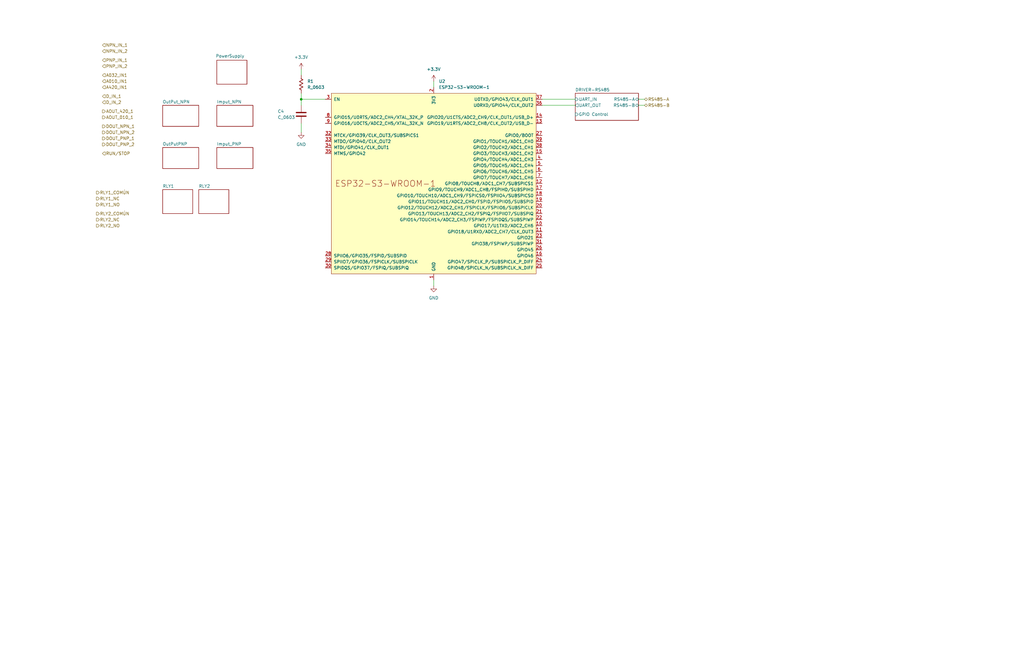
<source format=kicad_sch>
(kicad_sch (version 20250114) (generator "eeschema") (generator_version "9.0")
  (paper "USLedger")
  (lib_symbols
    (symbol "Espressif:ESP32-S3-WROOM-1" (pin_names (offset 1.016))
      (property "Reference" "U" (at -43.18 43.18 0))
      (property "Value" "ESP32-S3-WROOM-1" (at -43.18 40.64 0))
      (symbol "ESP32-S3-WROOM-1_0_0"
        (text "ESP32-S3-WROOM-1" (at -20.32 0 0) (effects (font (size 2.54 2.54))))
        (pin input line (at -45.72 35.56 0) (length 2.54) (name "EN") (number "3"))
        (pin bidirectional line (at -45.72 27.94 0) (length 2.54) (name "GPIO15/U0RTS/ADC2_CH4/XTAL_32K_P") (number "8"))
        (pin bidirectional line (at -45.72 25.4 0) (length 2.54) (name "GPIO16/U0CTS/ADC2_CH5/XTAL_32K_N") (number "9"))
        (pin bidirectional line (at -45.72 20.32 0) (length 2.54) (name "MTCK/GPIO39/CLK_OUT3/SUBSPICS1") (number "32"))
        (pin bidirectional line (at -45.72 17.78 0) (length 2.54) (name "MTDO/GPIO40/CLK_OUT2") (number "33"))
        (pin bidirectional line (at -45.72 15.24 0) (length 2.54) (name "MTDI/GPIO41/CLK_OUT1") (number "34"))
        (pin bidirectional line (at -45.72 12.7 0) (length 2.54) (name "MTMS/GPIO42") (number "35"))
        (pin bidirectional line (at -45.72 -30.48 0) (length 2.54) (name "SPIIO6/GPIO35/FSPID/SUBSPID") (number "28"))
        (pin bidirectional line (at -45.72 -33.02 0) (length 2.54) (name "SPIIO7/GPIO36/FSPICLK/SUBSPICLK") (number "29"))
        (pin bidirectional line (at -45.72 -35.56 0) (length 2.54) (name "SPIDQS/GPIO37/FSPIQ/SUBSPIQ") (number "30"))
        (pin power_in line (at 0 40.64 270) (length 2.54) (name "3V3") (number "2"))
        (pin power_in line (at 0 -40.64 90) (length 2.54) (name "GND") (number "1"))
        (pin passive line (at 0 -40.64 90) (length 2.54) (hide yes) (name "GND") (number "40"))
        (pin passive line (at 0 -40.64 90) (length 2.54) (hide yes) (name "GND") (number "41"))
        (pin bidirectional line (at 45.72 35.56 180) (length 2.54) (name "U0TXD/GPIO43/CLK_OUT1") (number "37"))
        (pin bidirectional line (at 45.72 33.02 180) (length 2.54) (name "U0RXD/GPIO44/CLK_OUT2") (number "36"))
        (pin bidirectional line (at 45.72 27.94 180) (length 2.54) (name "GPIO20/U1CTS/ADC2_CH9/CLK_OUT1/USB_D+") (number "14"))
        (pin bidirectional line (at 45.72 25.4 180) (length 2.54) (name "GPIO19/U1RTS/ADC2_CH8/CLK_OUT2/USB_D-") (number "13"))
        (pin bidirectional line (at 45.72 20.32 180) (length 2.54) (name "GPIO0/BOOT") (number "27"))
        (pin bidirectional line (at 45.72 17.78 180) (length 2.54) (name "GPIO1/TOUCH1/ADC1_CH0") (number "39"))
        (pin bidirectional line (at 45.72 15.24 180) (length 2.54) (name "GPIO2/TOUCH2/ADC1_CH1") (number "38"))
        (pin bidirectional line (at 45.72 12.7 180) (length 2.54) (name "GPIO3/TOUCH3/ADC1_CH2") (number "15"))
        (pin bidirectional line (at 45.72 10.16 180) (length 2.54) (name "GPIO4/TOUCH4/ADC1_CH3") (number "4"))
        (pin bidirectional line (at 45.72 7.62 180) (length 2.54) (name "GPIO5/TOUCH5/ADC1_CH4") (number "5"))
        (pin bidirectional line (at 45.72 5.08 180) (length 2.54) (name "GPIO6/TOUCH6/ADC1_CH5") (number "6"))
        (pin bidirectional line (at 45.72 2.54 180) (length 2.54) (name "GPIO7/TOUCH7/ADC1_CH6") (number "7"))
        (pin bidirectional line (at 45.72 0 180) (length 2.54) (name "GPIO8/TOUCH8/ADC1_CH7/SUBSPICS1") (number "12"))
        (pin bidirectional line (at 45.72 -2.54 180) (length 2.54) (name "GPIO9/TOUCH9/ADC1_CH8/FSPIHD/SUBSPIHD") (number "17"))
        (pin bidirectional line (at 45.72 -5.08 180) (length 2.54) (name "GPIO10/TOUCH10/ADC1_CH9/FSPICS0/FSPIIO4/SUBSPICS0") (number "18"))
        (pin bidirectional line (at 45.72 -7.62 180) (length 2.54) (name "GPIO11/TOUCH11/ADC2_CH0/FSPID/FSPIIO5/SUBSPID") (number "19"))
        (pin bidirectional line (at 45.72 -10.16 180) (length 2.54) (name "GPIO12/TOUCH12/ADC2_CH1/FSPICLK/FSPIIO6/SUBSPICLK") (number "20"))
        (pin bidirectional line (at 45.72 -12.7 180) (length 2.54) (name "GPIO13/TOUCH13/ADC2_CH2/FSPIQ/FSPIIO7/SUBSPIQ") (number "21"))
        (pin bidirectional line (at 45.72 -15.24 180) (length 2.54) (name "GPIO14/TOUCH14/ADC2_CH3/FSPIWP/FSPIDQS/SUBSPIWP") (number "22"))
        (pin bidirectional line (at 45.72 -17.78 180) (length 2.54) (name "GPIO17/U1TXD/ADC2_CH6") (number "10"))
        (pin bidirectional line (at 45.72 -20.32 180) (length 2.54) (name "GPIO18/U1RXD/ADC2_CH7/CLK_OUT3") (number "11"))
        (pin bidirectional line (at 45.72 -22.86 180) (length 2.54) (name "GPIO21") (number "23"))
        (pin bidirectional line (at 45.72 -25.4 180) (length 2.54) (name "GPIO38/FSPIWP/SUBSPIWP") (number "31"))
        (pin bidirectional line (at 45.72 -27.94 180) (length 2.54) (name "GPIO45") (number "26"))
        (pin bidirectional line (at 45.72 -30.48 180) (length 2.54) (name "GPIO46") (number "16"))
        (pin bidirectional line (at 45.72 -33.02 180) (length 2.54) (name "GPIO47/SPICLK_P/SUBSPICLK_P_DIFF") (number "24"))
        (pin bidirectional line (at 45.72 -35.56 180) (length 2.54) (name "GPIO48/SPICLK_N/SUBSPICLK_N_DIFF") (number "25"))
      )
      (symbol "ESP32-S3-WROOM-1_0_1"
        (rectangle (start -43.18 38.1) (end 43.18 -38.1) (fill (type background)))
      )
    )
    (symbol "PCM_Capacitor_AKL:C_0603" (pin_numbers (hide yes)) (pin_names (offset 0.254))
      (property "Reference" "C" (at 0.635 2.54 0))
      (property "Value" "C_0603" (at 0.635 -2.54 0))
      (symbol "C_0603_0_1"
        (polyline (pts (xy -2.032 0.762) (xy 2.032 0.762)) (stroke (width 0.508)))
        (polyline (pts (xy -2.032 -0.762) (xy 2.032 -0.762)) (stroke (width 0.508)))
      )
      (symbol "C_0603_0_2"
        (polyline (pts (xy -2.54 -2.54) (xy -0.381 -0.381)))
        (polyline (pts (xy -0.508 -0.508) (xy -1.651 0.635)) (stroke (width 0.508)))
        (polyline (pts (xy -0.508 -0.508) (xy 0.635 -1.651)) (stroke (width 0.508)))
        (polyline (pts (xy 0.381 0.381) (xy 2.54 2.54)))
        (polyline (pts (xy 0.508 0.508) (xy -0.635 1.651)) (stroke (width 0.508)))
        (polyline (pts (xy 0.508 0.508) (xy 1.651 -0.635)) (stroke (width 0.508)))
      )
      (symbol "C_0603_1_1"
        (pin passive line (at 0 3.81 270) (length 2.794) (name "~") (number "1"))
        (pin passive line (at 0 -3.81 90) (length 2.794) (name "~") (number "2"))
      )
      (symbol "C_0603_1_2"
        (pin passive line (at -2.54 -2.54 90) (length 0) (name "~") (number "2"))
        (pin passive line (at 2.54 2.54 270) (length 0) (name "~") (number "1"))
      )
    )
    (symbol "PCM_Resistor_US_AKL:R_0603" (pin_numbers (hide yes)) (pin_names (offset 0))
      (property "Reference" "R" (at 2.54 1.27 0))
      (property "Value" "R_0603" (at 2.54 -1.27 0))
      (symbol "R_0603_0_1"
        (polyline (pts (xy 0 2.286) (xy 0 2.54)) (stroke (width 0.254)))
        (polyline (pts (xy 0 2.286) (xy 0.762 1.905) (xy -0.762 1.143) (xy 0 0.762) (xy 0.762 0.381) (xy 0 0) (xy -0.762 -0.381) (xy 0 -0.762) (xy 0.762 -1.143) (xy 0 -1.524) (xy -0.762 -1.905) (xy 0 -2.286)) (stroke (width 0.254)))
        (polyline (pts (xy 0 -2.286) (xy 0 -2.54)) (stroke (width 0.254)))
      )
      (symbol "R_0603_0_2"
        (polyline (pts (xy -2.54 -2.54) (xy -1.778 -1.778)))
        (polyline (pts (xy -1.778 -1.778) (xy -1.524 -1.524)) (stroke (width 0.254)))
        (polyline (pts (xy -1.524 -1.524) (xy -1.778 -0.762) (xy -1.016 -1.016)) (stroke (width 0.254)))
        (polyline (pts (xy -0.508 -0.508) (xy -0.762 0.254) (xy 0 0)) (stroke (width 0.254)))
        (polyline (pts (xy -0.508 -0.508) (xy -0.254 -1.27) (xy -1.016 -1.016)) (stroke (width 0.254)))
        (polyline (pts (xy 0.508 0.508) (xy 0.254 1.27) (xy 1.016 1.016)) (stroke (width 0.254)))
        (polyline (pts (xy 0.508 0.508) (xy 0.762 -0.254) (xy 0 0)) (stroke (width 0.254)))
        (polyline (pts (xy 1.524 1.524) (xy 1.778 0.762) (xy 1.016 1.016)) (stroke (width 0.254)))
        (polyline (pts (xy 1.778 1.778) (xy 1.524 1.524)) (stroke (width 0.254)))
        (polyline (pts (xy 1.778 1.778) (xy 2.54 2.54)))
      )
      (symbol "R_0603_1_1"
        (pin passive line (at 0 3.81 270) (length 1.27) (name "~") (number "1"))
        (pin passive line (at 0 -3.81 90) (length 1.27) (name "~") (number "2"))
      )
      (symbol "R_0603_1_2"
        (pin passive line (at -2.54 -2.54 0) (length 0) (name "") (number "2"))
        (pin passive line (at 2.54 2.54 180) (length 0) (name "") (number "1"))
      )
    )
    (symbol "power:+3.3V" (power) (pin_numbers (hide yes)) (pin_names (offset 0) (hide yes))
      (property "Value" "+3.3V" (at 0 3.556 0))
      (symbol "+3.3V_0_1"
        (polyline (pts (xy -0.762 1.27) (xy 0 2.54)))
        (polyline (pts (xy 0 2.54) (xy 0.762 1.27)))
        (polyline (pts (xy 0 0) (xy 0 2.54)))
      )
      (symbol "+3.3V_1_1"
        (pin power_in line (at 0 0 90) (length 0) (name "~") (number "1"))
      )
    )
    (symbol "power:GND" (power) (pin_numbers (hide yes)) (pin_names (offset 0) (hide yes))
      (property "Value" "GND" (at 0 -3.81 0))
      (symbol "GND_0_1"
        (polyline (pts (xy 0 0) (xy 0 -1.27) (xy 1.27 -1.27) (xy 0 -2.54) (xy -1.27 -1.27) (xy 0 -1.27)))
      )
      (symbol "GND_1_1"
        (pin power_in line (at 0 0 270) (length 0) (name "~") (number "1"))
      )
    )
  )
  (junction (at 127 41.91))
  (wire (pts (xy 127 41.91) (xy 127 44.45)))
  (wire (pts (xy 269.24 41.91) (xy 271.78 41.91)))
  (wire (pts (xy 127 39.37) (xy 127 41.91)))
  (wire (pts (xy 228.6 44.45) (xy 242.57 44.45)))
  (wire (pts (xy 182.88 34.29) (xy 182.88 36.83)))
  (wire (pts (xy 127 52.07) (xy 127 55.88)))
  (wire (pts (xy 127 29.21) (xy 127 31.75)))
  (wire (pts (xy 269.24 44.45) (xy 271.78 44.45)))
  (wire (pts (xy 182.88 118.11) (xy 182.88 120.65)))
  (wire (pts (xy 127 41.91) (xy 137.16 41.91)))
  (wire (pts (xy 228.6 41.91) (xy 242.57 41.91)))
  (hierarchical_label "RUN{slash}STOP" (shape input) (at 43.18 64.77 0) (effects (font (thickness 0.1588))))
  (hierarchical_label "RLY2_COMÚN" (shape output) (at 40.64 90.17 0))
  (hierarchical_label "RLY1_COMÚN" (shape output) (at 40.64 81.28 0))
  (hierarchical_label "NPN_IN_1" (shape input) (at 43.18 19.05 0))
  (hierarchical_label "AOUT_420_1" (shape output) (at 43.18 46.99 0))
  (hierarchical_label "RS485-A" (shape bidirectional) (at 271.78 41.91 0))
  (hierarchical_label "DOUT_NPN_2" (shape output) (at 43.18 55.88 0) (effects (font (thickness 0.1588))))
  (hierarchical_label "RLY1_NC" (shape output) (at 40.64 83.82 0))
  (hierarchical_label "A032_IN1" (shape input) (at 43.18 31.75 0))
  (hierarchical_label "PNP_IN_2" (shape input) (at 43.18 27.94 0))
  (hierarchical_label "D_IN_2" (shape input) (at 43.18 43.18 0))
  (hierarchical_label "DOUT_PNP_2" (shape output) (at 43.18 60.96 0) (effects (font (thickness 0.1588))))
  (hierarchical_label "PNP_IN_1" (shape input) (at 43.18 25.4 0))
  (hierarchical_label "RS485-B" (shape bidirectional) (at 271.78 44.45 0))
  (hierarchical_label "DOUT_NPN_1" (shape output) (at 43.18 53.34 0) (effects (font (thickness 0.1588))))
  (hierarchical_label "RLY2_NO" (shape output) (at 40.64 95.25 0))
  (hierarchical_label "A010_IN1" (shape input) (at 43.18 34.29 0))
  (hierarchical_label "A420_IN1" (shape input) (at 43.18 36.83 0))
  (hierarchical_label "DOUT_PNP_1" (shape output) (at 43.18 58.42 0) (effects (font (thickness 0.1588))))
  (hierarchical_label "RLY2_NC" (shape output) (at 40.64 92.71 0))
  (hierarchical_label "NPN_IN_2" (shape input) (at 43.18 21.59 0))
  (hierarchical_label "RLY1_NO" (shape output) (at 40.64 86.36 0))
  (hierarchical_label "AOUT_010_1" (shape output) (at 43.18 49.53 0))
  (hierarchical_label "D_IN_1" (shape input) (at 43.18 40.64 0))
  (symbol (lib_id "power:GND") (at 127 55.88 0) (unit 1)
    (property "Reference" "#PWR012" (effects (hide yes)))
    (property "Value" "GND" (at 127 60.96 0))
    (property "Description" "Power symbol creates a global label with name \"GND\" , ground" (effects (hide yes)))
  )
  (symbol (lib_id "Espressif:ESP32-S3-WROOM-1") (at 182.88 77.47 0) (unit 1)
    (property "Reference" "U2" (at 185.0233 34.29 0) (effects (justify left)))
    (property "Value" "ESP32-S3-WROOM-1" (at 185.0233 36.83 0) (effects (justify left)))
    (property "Footprint" "ESP32-S3-WROM-1:ESP32-S3-WROOM-1" (effects (hide yes)))
    (property "Datasheet" "https://www.espressif.com/sites/default/files/documentation/esp32-s3-wroom-1_wroom-1u_datasheet_en.pdf" (effects (hide yes)))
    (property "Description" "2.4 GHz WiFi (802.11 b/g/n) and Bluetooth ® 5 (LE) module Built around ESP32S3 series of SoCs, Xtensa ® dualcore 32bit LX7 microprocessor Flash up to 16 MB, PSRAM up to 8 MB 36 GPIOs, rich set of peripherals Onboard PCB antenna" (effects (hide yes)))
  )
  (symbol (lib_id "power:+3.3V") (at 127 29.21 0) (unit 1)
    (property "Reference" "#PWR011" (effects (hide yes)))
    (property "Value" "+3.3V" (at 127 24.13 0))
    (property "Description" "Power symbol creates a global label with name \"+3.3V\"" (effects (hide yes)))
  )
  (symbol (lib_id "power:GND") (at 182.88 120.65 0) (unit 1)
    (property "Reference" "#PWR010" (effects (hide yes)))
    (property "Value" "GND" (at 182.88 125.73 0))
    (property "Description" "Power symbol creates a global label with name \"GND\" , ground" (effects (hide yes)))
  )
  (symbol (lib_id "power:+3.3V") (at 182.88 34.29 0) (unit 1)
    (property "Reference" "#PWR09" (effects (hide yes)))
    (property "Value" "+3.3V" (at 182.88 29.21 0))
    (property "Description" "Power symbol creates a global label with name \"+3.3V\"" (effects (hide yes)))
  )
  (symbol (lib_id "PCM_Capacitor_AKL:C_0603") (at 127 48.26 0) (unit 1)
    (property "Reference" "C4" (at 117.094 46.99 0) (effects (justify left)))
    (property "Value" "C_0603" (at 117.094 49.53 0) (effects (justify left)))
    (property "Footprint" "PCM_Capacitor_SMD_AKL:C_0603_1608Metric" (effects (hide yes)))
    (property "Description" "SMD 0603 MLCC capacitor, Alternate KiCad Library" (effects (hide yes)))
  )
  (symbol (lib_id "PCM_Resistor_US_AKL:R_0603") (at 127 35.56 0) (unit 1)
    (property "Reference" "R1" (at 129.54 34.2899 0) (effects (justify left)))
    (property "Value" "R_0603" (at 129.54 36.8299 0) (effects (justify left)))
    (property "Footprint" "PCM_Resistor_SMD_AKL:R_0603_1608Metric" (effects (hide yes)))
    (property "Description" "SMD 0603 Chip Resistor, US Symbol, Alternate KiCad Library" (effects (hide yes)))
  )
  (sheet (at 91.44 62.23) (size 15.24 8.89) (stroke (width 0.1524))
    (property "Sheetname" "Imput_PNP" (at 91.44 61.5184 0) (effects (justify left bottom)))
    (property "Sheetfile" "Imput_PNP.kicad_sch" (effects (hide yes)))
  )
  (sheet (at 68.58 44.45) (size 15.24 8.89) (stroke (width 0.1524))
    (property "Sheetname" "OutPut_NPN" (at 68.58 43.7384 0) (effects (justify left bottom)))
    (property "Sheetfile" "OutPut_NPN.kicad_sch" (effects (hide yes)))
  )
  (sheet (at 91.44 25.4) (size 12.7 10.16) (stroke (width 0.1524))
    (property "Sheetname" "PowerSupply" (at 90.932 24.384 0) (effects (justify left bottom)))
    (property "Sheetfile" "PowerSupply.kicad_sch" (effects (hide yes)))
  )
  (sheet (at 242.57 39.37) (size 26.67 11.43) (stroke (width 0.1524))
    (property "Sheetname" "DRIVER-RS485" (at 242.57 38.6584 0) (effects (justify left bottom)))
    (property "Sheetfile" "DRIVER-RS485.kicad_sch" (effects (hide yes)))
    (pin "GPIO Control" input (at 242.57 48.26 180))
    (pin "RS485-A" bidirectional (at 269.24 41.91 0))
    (pin "RS485-B" bidirectional (at 269.24 44.45 0))
    (pin "UART_IN" input (at 242.57 41.91 180))
    (pin "UART_OUT" output (at 242.57 44.45 180))
  )
  (sheet (at 68.58 80.01) (size 12.7 10.16) (stroke (width 0.1524))
    (property "Sheetname" "RLY1" (at 68.58 79.2984 0) (effects (justify left bottom)))
    (property "Sheetfile" "RLY1.kicad_sch" (effects (hide yes)))
  )
  (sheet (at 68.58 62.23) (size 15.24 8.89) (stroke (width 0.1524))
    (property "Sheetname" "OutPutPNP" (at 68.58 61.5184 0) (effects (justify left bottom)))
    (property "Sheetfile" "OutPutPNP.kicad_sch" (effects (hide yes)))
  )
  (sheet (at 91.44 44.45) (size 15.24 8.89) (stroke (width 0.1524))
    (property "Sheetname" "Imput_NPN" (at 91.44 43.7384 0) (effects (justify left bottom)))
    (property "Sheetfile" "Imput_NPN.kicad_sch" (effects (hide yes)))
  )
  (sheet (at 83.82 80.01) (size 12.7 10.16) (stroke (width 0.1524))
    (property "Sheetname" "RLY2" (at 83.82 79.2984 0) (effects (justify left bottom)))
    (property "Sheetfile" "RLY2.kicad_sch" (effects (hide yes)))
  )
)
</source>
